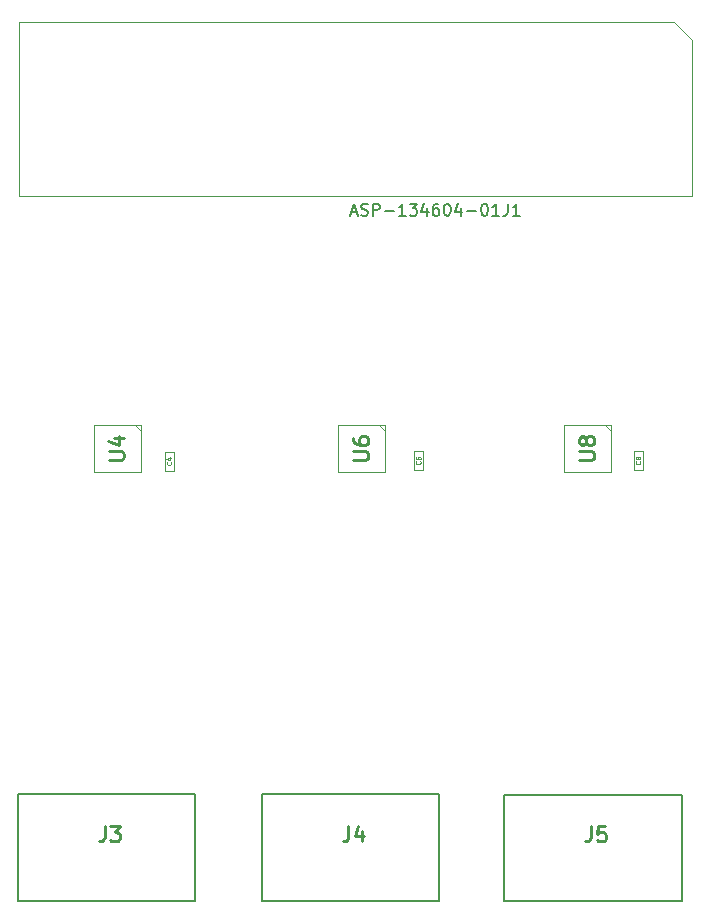
<source format=gbr>
G04 #@! TF.GenerationSoftware,KiCad,Pcbnew,(6.0.4-0)*
G04 #@! TF.CreationDate,2022-07-08T14:42:34+02:00*
G04 #@! TF.ProjectId,adapter_hybrid_assistor_hpc_3HDMI,61646170-7465-4725-9f68-79627269645f,rev?*
G04 #@! TF.SameCoordinates,Original*
G04 #@! TF.FileFunction,AssemblyDrawing,Top*
%FSLAX46Y46*%
G04 Gerber Fmt 4.6, Leading zero omitted, Abs format (unit mm)*
G04 Created by KiCad (PCBNEW (6.0.4-0)) date 2022-07-08 14:42:34*
%MOMM*%
%LPD*%
G01*
G04 APERTURE LIST*
%ADD10C,0.060000*%
%ADD11C,0.150000*%
%ADD12C,0.254000*%
%ADD13C,0.100000*%
%ADD14C,0.200000*%
G04 APERTURE END LIST*
D10*
X118882857Y-138346666D02*
X118901904Y-138365714D01*
X118920952Y-138422857D01*
X118920952Y-138460952D01*
X118901904Y-138518095D01*
X118863809Y-138556190D01*
X118825714Y-138575238D01*
X118749523Y-138594285D01*
X118692380Y-138594285D01*
X118616190Y-138575238D01*
X118578095Y-138556190D01*
X118540000Y-138518095D01*
X118520952Y-138460952D01*
X118520952Y-138422857D01*
X118540000Y-138365714D01*
X118559047Y-138346666D01*
X118654285Y-138003809D02*
X118920952Y-138003809D01*
X118501904Y-138099047D02*
X118787619Y-138194285D01*
X118787619Y-137946666D01*
X158592857Y-138296666D02*
X158611904Y-138315714D01*
X158630952Y-138372857D01*
X158630952Y-138410952D01*
X158611904Y-138468095D01*
X158573809Y-138506190D01*
X158535714Y-138525238D01*
X158459523Y-138544285D01*
X158402380Y-138544285D01*
X158326190Y-138525238D01*
X158288095Y-138506190D01*
X158250000Y-138468095D01*
X158230952Y-138410952D01*
X158230952Y-138372857D01*
X158250000Y-138315714D01*
X158269047Y-138296666D01*
X158402380Y-138068095D02*
X158383333Y-138106190D01*
X158364285Y-138125238D01*
X158326190Y-138144285D01*
X158307142Y-138144285D01*
X158269047Y-138125238D01*
X158250000Y-138106190D01*
X158230952Y-138068095D01*
X158230952Y-137991904D01*
X158250000Y-137953809D01*
X158269047Y-137934761D01*
X158307142Y-137915714D01*
X158326190Y-137915714D01*
X158364285Y-137934761D01*
X158383333Y-137953809D01*
X158402380Y-137991904D01*
X158402380Y-138068095D01*
X158421428Y-138106190D01*
X158440476Y-138125238D01*
X158478571Y-138144285D01*
X158554761Y-138144285D01*
X158592857Y-138125238D01*
X158611904Y-138106190D01*
X158630952Y-138068095D01*
X158630952Y-137991904D01*
X158611904Y-137953809D01*
X158592857Y-137934761D01*
X158554761Y-137915714D01*
X158478571Y-137915714D01*
X158440476Y-137934761D01*
X158421428Y-137953809D01*
X158402380Y-137991904D01*
D11*
X134128095Y-117216666D02*
X134604285Y-117216666D01*
X134032857Y-117502380D02*
X134366190Y-116502380D01*
X134699523Y-117502380D01*
X134985238Y-117454761D02*
X135128095Y-117502380D01*
X135366190Y-117502380D01*
X135461428Y-117454761D01*
X135509047Y-117407142D01*
X135556666Y-117311904D01*
X135556666Y-117216666D01*
X135509047Y-117121428D01*
X135461428Y-117073809D01*
X135366190Y-117026190D01*
X135175714Y-116978571D01*
X135080476Y-116930952D01*
X135032857Y-116883333D01*
X134985238Y-116788095D01*
X134985238Y-116692857D01*
X135032857Y-116597619D01*
X135080476Y-116550000D01*
X135175714Y-116502380D01*
X135413809Y-116502380D01*
X135556666Y-116550000D01*
X135985238Y-117502380D02*
X135985238Y-116502380D01*
X136366190Y-116502380D01*
X136461428Y-116550000D01*
X136509047Y-116597619D01*
X136556666Y-116692857D01*
X136556666Y-116835714D01*
X136509047Y-116930952D01*
X136461428Y-116978571D01*
X136366190Y-117026190D01*
X135985238Y-117026190D01*
X136985238Y-117121428D02*
X137747142Y-117121428D01*
X138747142Y-117502380D02*
X138175714Y-117502380D01*
X138461428Y-117502380D02*
X138461428Y-116502380D01*
X138366190Y-116645238D01*
X138270952Y-116740476D01*
X138175714Y-116788095D01*
X139080476Y-116502380D02*
X139699523Y-116502380D01*
X139366190Y-116883333D01*
X139509047Y-116883333D01*
X139604285Y-116930952D01*
X139651904Y-116978571D01*
X139699523Y-117073809D01*
X139699523Y-117311904D01*
X139651904Y-117407142D01*
X139604285Y-117454761D01*
X139509047Y-117502380D01*
X139223333Y-117502380D01*
X139128095Y-117454761D01*
X139080476Y-117407142D01*
X140556666Y-116835714D02*
X140556666Y-117502380D01*
X140318571Y-116454761D02*
X140080476Y-117169047D01*
X140699523Y-117169047D01*
X141509047Y-116502380D02*
X141318571Y-116502380D01*
X141223333Y-116550000D01*
X141175714Y-116597619D01*
X141080476Y-116740476D01*
X141032857Y-116930952D01*
X141032857Y-117311904D01*
X141080476Y-117407142D01*
X141128095Y-117454761D01*
X141223333Y-117502380D01*
X141413809Y-117502380D01*
X141509047Y-117454761D01*
X141556666Y-117407142D01*
X141604285Y-117311904D01*
X141604285Y-117073809D01*
X141556666Y-116978571D01*
X141509047Y-116930952D01*
X141413809Y-116883333D01*
X141223333Y-116883333D01*
X141128095Y-116930952D01*
X141080476Y-116978571D01*
X141032857Y-117073809D01*
X142223333Y-116502380D02*
X142318571Y-116502380D01*
X142413809Y-116550000D01*
X142461428Y-116597619D01*
X142509047Y-116692857D01*
X142556666Y-116883333D01*
X142556666Y-117121428D01*
X142509047Y-117311904D01*
X142461428Y-117407142D01*
X142413809Y-117454761D01*
X142318571Y-117502380D01*
X142223333Y-117502380D01*
X142128095Y-117454761D01*
X142080476Y-117407142D01*
X142032857Y-117311904D01*
X141985238Y-117121428D01*
X141985238Y-116883333D01*
X142032857Y-116692857D01*
X142080476Y-116597619D01*
X142128095Y-116550000D01*
X142223333Y-116502380D01*
X143413809Y-116835714D02*
X143413809Y-117502380D01*
X143175714Y-116454761D02*
X142937619Y-117169047D01*
X143556666Y-117169047D01*
X143937619Y-117121428D02*
X144699523Y-117121428D01*
X145366190Y-116502380D02*
X145461428Y-116502380D01*
X145556666Y-116550000D01*
X145604285Y-116597619D01*
X145651904Y-116692857D01*
X145699523Y-116883333D01*
X145699523Y-117121428D01*
X145651904Y-117311904D01*
X145604285Y-117407142D01*
X145556666Y-117454761D01*
X145461428Y-117502380D01*
X145366190Y-117502380D01*
X145270952Y-117454761D01*
X145223333Y-117407142D01*
X145175714Y-117311904D01*
X145128095Y-117121428D01*
X145128095Y-116883333D01*
X145175714Y-116692857D01*
X145223333Y-116597619D01*
X145270952Y-116550000D01*
X145366190Y-116502380D01*
X146651904Y-117502380D02*
X146080476Y-117502380D01*
X146366190Y-117502380D02*
X146366190Y-116502380D01*
X146270952Y-116645238D01*
X146175714Y-116740476D01*
X146080476Y-116788095D01*
X147418666Y-116516380D02*
X147418666Y-117230666D01*
X147371047Y-117373523D01*
X147275809Y-117468761D01*
X147132952Y-117516380D01*
X147037714Y-117516380D01*
X148418666Y-117516380D02*
X147847238Y-117516380D01*
X148132952Y-117516380D02*
X148132952Y-116516380D01*
X148037714Y-116659238D01*
X147942476Y-116754476D01*
X147847238Y-116802095D01*
X147418666Y-116516380D02*
X147418666Y-117230666D01*
X147371047Y-117373523D01*
X147275809Y-117468761D01*
X147132952Y-117516380D01*
X147037714Y-117516380D01*
X148418666Y-117516380D02*
X147847238Y-117516380D01*
X148132952Y-117516380D02*
X148132952Y-116516380D01*
X148037714Y-116659238D01*
X147942476Y-116754476D01*
X147847238Y-116802095D01*
D12*
X113266666Y-169204523D02*
X113266666Y-170111666D01*
X113206190Y-170293095D01*
X113085238Y-170414047D01*
X112903809Y-170474523D01*
X112782857Y-170474523D01*
X113750476Y-169204523D02*
X114536666Y-169204523D01*
X114113333Y-169688333D01*
X114294761Y-169688333D01*
X114415714Y-169748809D01*
X114476190Y-169809285D01*
X114536666Y-169930238D01*
X114536666Y-170232619D01*
X114476190Y-170353571D01*
X114415714Y-170414047D01*
X114294761Y-170474523D01*
X113931904Y-170474523D01*
X113810952Y-170414047D01*
X113750476Y-170353571D01*
X113644523Y-138177619D02*
X114672619Y-138177619D01*
X114793571Y-138117142D01*
X114854047Y-138056666D01*
X114914523Y-137935714D01*
X114914523Y-137693809D01*
X114854047Y-137572857D01*
X114793571Y-137512380D01*
X114672619Y-137451904D01*
X113644523Y-137451904D01*
X114067857Y-136302857D02*
X114914523Y-136302857D01*
X113584047Y-136605238D02*
X114491190Y-136907619D01*
X114491190Y-136121428D01*
X153454523Y-138187619D02*
X154482619Y-138187619D01*
X154603571Y-138127142D01*
X154664047Y-138066666D01*
X154724523Y-137945714D01*
X154724523Y-137703809D01*
X154664047Y-137582857D01*
X154603571Y-137522380D01*
X154482619Y-137461904D01*
X153454523Y-137461904D01*
X153998809Y-136675714D02*
X153938333Y-136796666D01*
X153877857Y-136857142D01*
X153756904Y-136917619D01*
X153696428Y-136917619D01*
X153575476Y-136857142D01*
X153515000Y-136796666D01*
X153454523Y-136675714D01*
X153454523Y-136433809D01*
X153515000Y-136312857D01*
X153575476Y-136252380D01*
X153696428Y-136191904D01*
X153756904Y-136191904D01*
X153877857Y-136252380D01*
X153938333Y-136312857D01*
X153998809Y-136433809D01*
X153998809Y-136675714D01*
X154059285Y-136796666D01*
X154119761Y-136857142D01*
X154240714Y-136917619D01*
X154482619Y-136917619D01*
X154603571Y-136857142D01*
X154664047Y-136796666D01*
X154724523Y-136675714D01*
X154724523Y-136433809D01*
X154664047Y-136312857D01*
X154603571Y-136252380D01*
X154482619Y-136191904D01*
X154240714Y-136191904D01*
X154119761Y-136252380D01*
X154059285Y-136312857D01*
X153998809Y-136433809D01*
X134324523Y-138187619D02*
X135352619Y-138187619D01*
X135473571Y-138127142D01*
X135534047Y-138066666D01*
X135594523Y-137945714D01*
X135594523Y-137703809D01*
X135534047Y-137582857D01*
X135473571Y-137522380D01*
X135352619Y-137461904D01*
X134324523Y-137461904D01*
X134324523Y-136312857D02*
X134324523Y-136554761D01*
X134385000Y-136675714D01*
X134445476Y-136736190D01*
X134626904Y-136857142D01*
X134868809Y-136917619D01*
X135352619Y-136917619D01*
X135473571Y-136857142D01*
X135534047Y-136796666D01*
X135594523Y-136675714D01*
X135594523Y-136433809D01*
X135534047Y-136312857D01*
X135473571Y-136252380D01*
X135352619Y-136191904D01*
X135050238Y-136191904D01*
X134929285Y-136252380D01*
X134868809Y-136312857D01*
X134808333Y-136433809D01*
X134808333Y-136675714D01*
X134868809Y-136796666D01*
X134929285Y-136857142D01*
X135050238Y-136917619D01*
D10*
X139972857Y-138296666D02*
X139991904Y-138315714D01*
X140010952Y-138372857D01*
X140010952Y-138410952D01*
X139991904Y-138468095D01*
X139953809Y-138506190D01*
X139915714Y-138525238D01*
X139839523Y-138544285D01*
X139782380Y-138544285D01*
X139706190Y-138525238D01*
X139668095Y-138506190D01*
X139630000Y-138468095D01*
X139610952Y-138410952D01*
X139610952Y-138372857D01*
X139630000Y-138315714D01*
X139649047Y-138296666D01*
X139610952Y-137953809D02*
X139610952Y-138030000D01*
X139630000Y-138068095D01*
X139649047Y-138087142D01*
X139706190Y-138125238D01*
X139782380Y-138144285D01*
X139934761Y-138144285D01*
X139972857Y-138125238D01*
X139991904Y-138106190D01*
X140010952Y-138068095D01*
X140010952Y-137991904D01*
X139991904Y-137953809D01*
X139972857Y-137934761D01*
X139934761Y-137915714D01*
X139839523Y-137915714D01*
X139801428Y-137934761D01*
X139782380Y-137953809D01*
X139763333Y-137991904D01*
X139763333Y-138068095D01*
X139782380Y-138106190D01*
X139801428Y-138125238D01*
X139839523Y-138144285D01*
D12*
X154446666Y-169214523D02*
X154446666Y-170121666D01*
X154386190Y-170303095D01*
X154265238Y-170424047D01*
X154083809Y-170484523D01*
X153962857Y-170484523D01*
X155656190Y-169214523D02*
X155051428Y-169214523D01*
X154990952Y-169819285D01*
X155051428Y-169758809D01*
X155172380Y-169698333D01*
X155474761Y-169698333D01*
X155595714Y-169758809D01*
X155656190Y-169819285D01*
X155716666Y-169940238D01*
X155716666Y-170242619D01*
X155656190Y-170363571D01*
X155595714Y-170424047D01*
X155474761Y-170484523D01*
X155172380Y-170484523D01*
X155051428Y-170424047D01*
X154990952Y-170363571D01*
X133896666Y-169204523D02*
X133896666Y-170111666D01*
X133836190Y-170293095D01*
X133715238Y-170414047D01*
X133533809Y-170474523D01*
X133412857Y-170474523D01*
X135045714Y-169627857D02*
X135045714Y-170474523D01*
X134743333Y-169144047D02*
X134440952Y-170051190D01*
X135227142Y-170051190D01*
D13*
X119140000Y-139080000D02*
X119140000Y-137480000D01*
X118340000Y-139080000D02*
X119140000Y-139080000D01*
X119140000Y-137480000D02*
X118340000Y-137480000D01*
X118340000Y-137480000D02*
X118340000Y-139080000D01*
X158850000Y-137430000D02*
X158050000Y-137430000D01*
X158050000Y-137430000D02*
X158050000Y-139030000D01*
X158850000Y-139030000D02*
X158850000Y-137430000D01*
X158050000Y-139030000D02*
X158850000Y-139030000D01*
X162993000Y-102618000D02*
X162993000Y-115798000D01*
X162993000Y-102618000D02*
X161493000Y-101118000D01*
X105993000Y-101118000D02*
X161493000Y-101118000D01*
X105993000Y-101118000D02*
X105993000Y-115798000D01*
X162993000Y-115798000D02*
X105993000Y-115798000D01*
D14*
X120939000Y-175500000D02*
X105939000Y-175500000D01*
X105939000Y-175500000D02*
X105939000Y-166500000D01*
X105939000Y-166500000D02*
X120939000Y-166500000D01*
X120939000Y-166500000D02*
X120939000Y-175500000D01*
D13*
X116340000Y-139210000D02*
X112340000Y-139210000D01*
X115840000Y-135210000D02*
X116340000Y-135710000D01*
X116340000Y-135210000D02*
X116340000Y-139210000D01*
X112340000Y-139210000D02*
X112340000Y-135210000D01*
X112340000Y-135210000D02*
X116340000Y-135210000D01*
X156150000Y-135220000D02*
X156150000Y-139220000D01*
X155650000Y-135220000D02*
X156150000Y-135720000D01*
X156150000Y-139220000D02*
X152150000Y-139220000D01*
X152150000Y-135220000D02*
X156150000Y-135220000D01*
X152150000Y-139220000D02*
X152150000Y-135220000D01*
X133020000Y-139220000D02*
X133020000Y-135220000D01*
X136520000Y-135220000D02*
X137020000Y-135720000D01*
X133020000Y-135220000D02*
X137020000Y-135220000D01*
X137020000Y-135220000D02*
X137020000Y-139220000D01*
X137020000Y-139220000D02*
X133020000Y-139220000D01*
X140230000Y-139030000D02*
X140230000Y-137430000D01*
X139430000Y-137430000D02*
X139430000Y-139030000D01*
X139430000Y-139030000D02*
X140230000Y-139030000D01*
X140230000Y-137430000D02*
X139430000Y-137430000D01*
D14*
X162119000Y-166510000D02*
X162119000Y-175510000D01*
X147119000Y-175510000D02*
X147119000Y-166510000D01*
X147119000Y-166510000D02*
X162119000Y-166510000D01*
X162119000Y-175510000D02*
X147119000Y-175510000D01*
X141569000Y-175500000D02*
X126569000Y-175500000D01*
X126569000Y-166500000D02*
X141569000Y-166500000D01*
X141569000Y-166500000D02*
X141569000Y-175500000D01*
X126569000Y-175500000D02*
X126569000Y-166500000D01*
M02*

</source>
